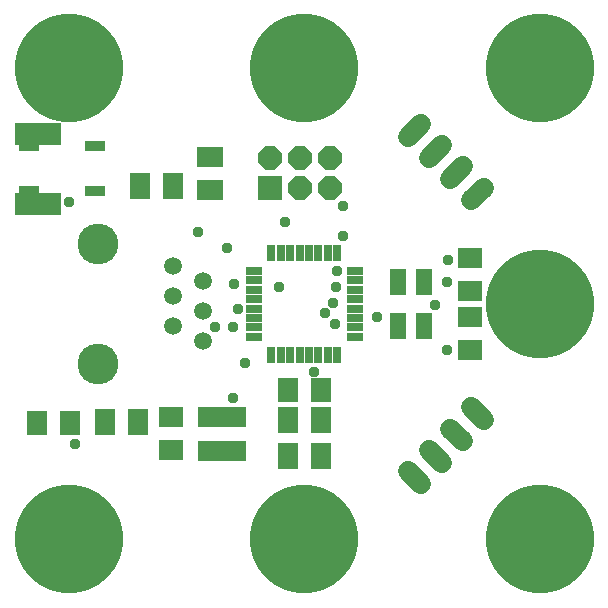
<source format=gbr>
G04 EAGLE Gerber RS-274X export*
G75*
%MOMM*%
%FSLAX34Y34*%
%LPD*%
%INSoldermask Top*%
%IPPOS*%
%AMOC8*
5,1,8,0,0,1.08239X$1,22.5*%
G01*
%ADD10R,2.032000X2.032000*%
%ADD11P,2.199416X8X22.500000*%
%ADD12C,9.203200*%
%ADD13R,1.473200X0.762000*%
%ADD14R,0.762000X1.473200*%
%ADD15C,1.511200*%
%ADD16C,3.453200*%
%ADD17R,1.803200X2.003200*%
%ADD18R,1.803200X2.203200*%
%ADD19R,2.003200X1.803200*%
%ADD20R,2.203200X1.803200*%
%ADD21R,3.903200X1.903200*%
%ADD22C,1.727200*%
%ADD23R,1.727200X0.965200*%
%ADD24R,1.403200X2.203200*%
%ADD25R,2.006200X1.803200*%
%ADD26C,0.959600*%


D10*
X-28600Y97900D03*
D11*
X-3200Y97900D03*
X22200Y97900D03*
X22200Y123300D03*
X-3200Y123300D03*
X-28600Y123300D03*
D12*
X-199250Y199250D03*
D13*
X42926Y-28000D03*
X42926Y-20000D03*
X42926Y-12000D03*
X42926Y-4000D03*
X42926Y4000D03*
X42926Y12000D03*
X42926Y20000D03*
X42926Y28000D03*
D14*
X28000Y42926D03*
X20000Y42926D03*
X12000Y42926D03*
X4000Y42926D03*
X-4000Y42926D03*
X-12000Y42926D03*
X-20000Y42926D03*
X-28000Y42926D03*
D13*
X-42926Y28000D03*
X-42926Y20000D03*
X-42926Y12000D03*
X-42926Y4000D03*
X-42926Y-4000D03*
X-42926Y-12000D03*
X-42926Y-20000D03*
X-42926Y-28000D03*
D14*
X-28000Y-42926D03*
X-20000Y-42926D03*
X-12000Y-42926D03*
X-4000Y-42926D03*
X4000Y-42926D03*
X12000Y-42926D03*
X20000Y-42926D03*
X28000Y-42926D03*
D12*
X-199250Y-199250D03*
X199250Y-199250D03*
X199250Y199250D03*
D15*
X-110940Y-19050D03*
X-110940Y6350D03*
X-85540Y19050D03*
X-85540Y-6350D03*
X-85540Y-31750D03*
X-110940Y31750D03*
D16*
X-174440Y-50800D03*
X-174440Y50800D03*
D17*
X-226500Y-100500D03*
X-198500Y-100500D03*
D18*
X-139000Y100000D03*
X-111000Y100000D03*
X-169000Y-100000D03*
X-141000Y-100000D03*
D19*
X140000Y11000D03*
X140000Y39000D03*
X140000Y-39000D03*
X140000Y-11000D03*
D20*
X-80000Y124000D03*
X-80000Y96000D03*
D21*
X-225800Y143700D03*
X-225800Y84700D03*
D22*
X141553Y87671D02*
X152329Y98447D01*
X134368Y116408D02*
X123592Y105632D01*
X105632Y123592D02*
X116408Y134368D01*
X98447Y152329D02*
X87671Y141553D01*
D19*
X-113000Y-124000D03*
X-113000Y-96000D03*
D12*
X0Y-199250D03*
X0Y199250D03*
X199250Y0D03*
D22*
X141553Y-87671D02*
X152329Y-98447D01*
X134368Y-116408D02*
X123592Y-105632D01*
X105632Y-123592D02*
X116408Y-134368D01*
X98447Y-152329D02*
X87671Y-141553D01*
D23*
X-233440Y133550D03*
X-177560Y133550D03*
X-233440Y95450D03*
X-177560Y95450D03*
D17*
X-14000Y-73000D03*
X14000Y-73000D03*
D24*
X79000Y18500D03*
X101000Y18500D03*
X101000Y-18500D03*
X79000Y-18500D03*
D25*
X-80000Y-124220D03*
X-80000Y-95780D03*
X-59500Y-124220D03*
X-59500Y-95780D03*
D18*
X-14000Y-98500D03*
X14000Y-98500D03*
X-14000Y-129000D03*
X14000Y-129000D03*
D26*
X28000Y28000D03*
X26424Y-17000D03*
X24682Y1000D03*
X-199500Y86500D03*
X-194000Y-119000D03*
X122000Y37000D03*
X111000Y-1000D03*
X-56000Y-4000D03*
X62000Y-11000D03*
X18000Y-8000D03*
X26576Y14000D03*
X-21000Y14000D03*
X-59073Y16927D03*
X33000Y57600D03*
X-65000Y47000D03*
X33000Y83000D03*
X-89961Y60961D03*
X8000Y-58000D03*
X-75576Y-19500D03*
X120951Y18500D03*
X121250Y-38750D03*
X-16000Y69000D03*
X-60000Y-20000D03*
X-50000Y-50000D03*
X-60000Y-80000D03*
M02*

</source>
